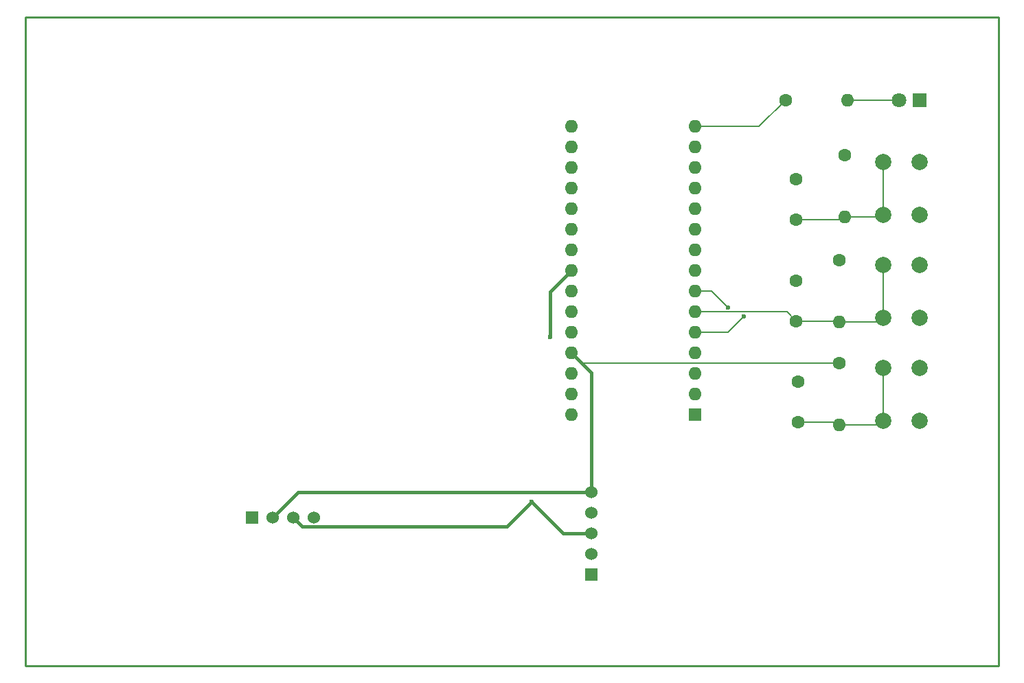
<source format=gtl>
G04 #@! TF.GenerationSoftware,KiCad,Pcbnew,6.0.2+dfsg-1*
G04 #@! TF.CreationDate,2025-06-22T13:16:19+00:00*
G04 #@! TF.ProjectId,MyCircuits,4d794369-7263-4756-9974-732e6b696361,rev?*
G04 #@! TF.SameCoordinates,Original*
G04 #@! TF.FileFunction,Copper,L1,Top*
G04 #@! TF.FilePolarity,Positive*
%FSLAX46Y46*%
G04 Gerber Fmt 4.6, Leading zero omitted, Abs format (unit mm)*
G04 Created by KiCad (PCBNEW 6.0.2+dfsg-1) date 2025-06-22 13:16:19*
%MOMM*%
%LPD*%
G01*
G04 APERTURE LIST*
G04 #@! TA.AperFunction,NonConductor*
%ADD10C,0.254000*%
G04 #@! TD*
G04 #@! TA.AperFunction,ComponentPad*
%ADD11C,1.600000*%
G04 #@! TD*
G04 #@! TA.AperFunction,ComponentPad*
%ADD12O,1.600000X1.600000*%
G04 #@! TD*
G04 #@! TA.AperFunction,ComponentPad*
%ADD13C,2.000000*%
G04 #@! TD*
G04 #@! TA.AperFunction,ComponentPad*
%ADD14R,1.524000X1.524000*%
G04 #@! TD*
G04 #@! TA.AperFunction,ComponentPad*
%ADD15C,1.524000*%
G04 #@! TD*
G04 #@! TA.AperFunction,ComponentPad*
%ADD16R,1.800000X1.800000*%
G04 #@! TD*
G04 #@! TA.AperFunction,ComponentPad*
%ADD17C,1.800000*%
G04 #@! TD*
G04 #@! TA.AperFunction,ComponentPad*
%ADD18R,1.600000X1.600000*%
G04 #@! TD*
G04 #@! TA.AperFunction,ViaPad*
%ADD19C,0.600000*%
G04 #@! TD*
G04 #@! TA.AperFunction,Conductor*
%ADD20C,0.200000*%
G04 #@! TD*
G04 #@! TA.AperFunction,Conductor*
%ADD21C,0.400000*%
G04 #@! TD*
G04 APERTURE END LIST*
D10*
X200000000Y-50000000D02*
X80000000Y-50000000D01*
X200000000Y-130000000D02*
X200000000Y-50000000D01*
X80000000Y-130000000D02*
X200000000Y-130000000D01*
X80000000Y-50000000D02*
X80000000Y-130000000D01*
D11*
X181000000Y-67000000D03*
D12*
X181000000Y-74620000D03*
D13*
X190210000Y-80570000D03*
X190210000Y-87070000D03*
X185710000Y-87070000D03*
X185710000Y-80570000D03*
D11*
X180340000Y-92710000D03*
D12*
X180340000Y-100330000D03*
D11*
X175260000Y-100000000D03*
X175260000Y-95000000D03*
D13*
X190210000Y-93270000D03*
X190210000Y-99770000D03*
X185710000Y-99770000D03*
X185710000Y-93270000D03*
D11*
X180340000Y-80010000D03*
D12*
X180340000Y-87630000D03*
D11*
X175000000Y-87500000D03*
X175000000Y-82500000D03*
X173700000Y-60250000D03*
D12*
X181320000Y-60250000D03*
D13*
X190210000Y-74370000D03*
X190210000Y-67870000D03*
X185710000Y-67870000D03*
X185710000Y-74370000D03*
D11*
X175000000Y-75000000D03*
X175000000Y-70000000D03*
D14*
X107950000Y-111760000D03*
D15*
X110490000Y-111760000D03*
X113030000Y-111760000D03*
X115570000Y-111760000D03*
D16*
X190210000Y-60250000D03*
D17*
X187670000Y-60250000D03*
D18*
X162550000Y-99060000D03*
D12*
X162550000Y-96520000D03*
X162550000Y-93980000D03*
X162550000Y-91440000D03*
X162550000Y-88900000D03*
X162550000Y-86360000D03*
X162550000Y-83820000D03*
X162550000Y-81280000D03*
X162550000Y-78740000D03*
X162550000Y-76200000D03*
X162550000Y-73660000D03*
X162550000Y-71120000D03*
X162550000Y-68580000D03*
X162550000Y-66040000D03*
X162550000Y-63500000D03*
X147310000Y-63500000D03*
X147310000Y-66040000D03*
X147310000Y-68580000D03*
X147310000Y-71120000D03*
X147310000Y-73660000D03*
X147310000Y-76200000D03*
X147310000Y-78740000D03*
X147310000Y-81280000D03*
X147310000Y-83820000D03*
X147310000Y-86360000D03*
X147310000Y-88900000D03*
X147310000Y-91440000D03*
X147310000Y-93980000D03*
X147310000Y-96520000D03*
X147310000Y-99060000D03*
D14*
X149765000Y-118760000D03*
D15*
X149765000Y-116220000D03*
X149765000Y-113680000D03*
X149765000Y-111140000D03*
X149765000Y-108600000D03*
D19*
X168600000Y-86886500D03*
X166600000Y-85833500D03*
X144700000Y-89500000D03*
X142400000Y-109800000D03*
D20*
X175000000Y-75000000D02*
X180620000Y-75000000D01*
X185460000Y-74620000D02*
X185710000Y-74370000D01*
X162550000Y-88900000D02*
X166586500Y-88900000D01*
X180620000Y-75000000D02*
X181000000Y-74620000D01*
X181000000Y-74620000D02*
X185460000Y-74620000D01*
X185710000Y-74370000D02*
X185710000Y-67870000D01*
X166586500Y-88900000D02*
X168600000Y-86886500D01*
X185710000Y-87070000D02*
X185710000Y-80570000D01*
X173860000Y-86360000D02*
X175000000Y-87500000D01*
X175000000Y-87500000D02*
X180210000Y-87500000D01*
X180340000Y-87630000D02*
X185150000Y-87630000D01*
X185150000Y-87630000D02*
X185710000Y-87070000D01*
X162550000Y-86360000D02*
X173860000Y-86360000D01*
X180210000Y-87500000D02*
X180340000Y-87630000D01*
X162550000Y-83820000D02*
X164586500Y-83820000D01*
X180340000Y-100330000D02*
X185150000Y-100330000D01*
X164586500Y-83820000D02*
X166600000Y-85833500D01*
X175260000Y-100000000D02*
X180010000Y-100000000D01*
X185710000Y-99770000D02*
X185710000Y-93270000D01*
X185150000Y-100330000D02*
X185710000Y-99770000D01*
X180010000Y-100000000D02*
X180340000Y-100330000D01*
X162550000Y-63500000D02*
X170450000Y-63500000D01*
X170450000Y-63500000D02*
X173700000Y-60250000D01*
D21*
X144700000Y-83890000D02*
X147310000Y-81280000D01*
X144700000Y-89500000D02*
X144700000Y-83890000D01*
X146280000Y-113680000D02*
X142400000Y-109800000D01*
X113030000Y-111760000D02*
X114118511Y-112848511D01*
X149765000Y-113680000D02*
X146280000Y-113680000D01*
X114118511Y-112848511D02*
X139351489Y-112848511D01*
X139351489Y-112848511D02*
X142400000Y-109800000D01*
X113650000Y-108600000D02*
X110490000Y-111760000D01*
X149765000Y-108600000D02*
X149765000Y-93895000D01*
D20*
X148580000Y-92710000D02*
X147310000Y-91440000D01*
D21*
X149765000Y-93895000D02*
X147310000Y-91440000D01*
D20*
X180340000Y-92710000D02*
X148580000Y-92710000D01*
D21*
X149765000Y-108600000D02*
X113650000Y-108600000D01*
D20*
X181320000Y-60250000D02*
X187670000Y-60250000D01*
M02*

</source>
